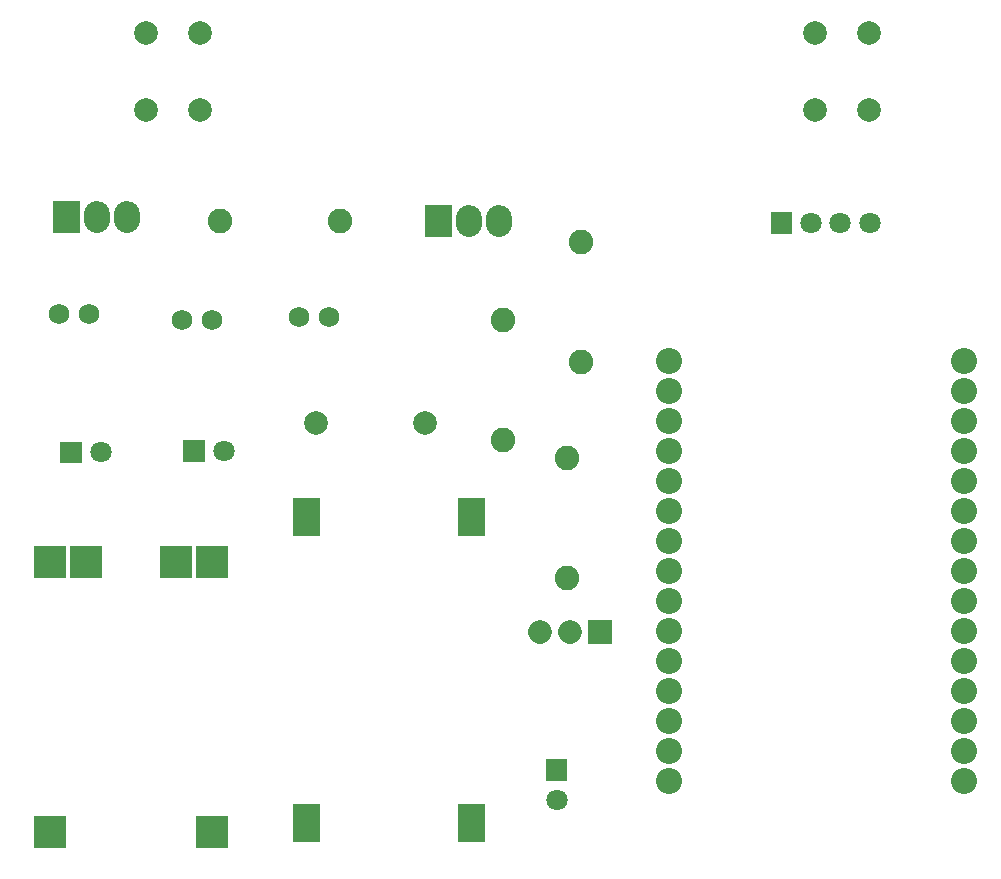
<source format=gbs>
G04 Layer: BottomSolderMaskLayer*
G04 EasyEDA v6.4.7, 2021-02-21T20:01:47+05:30*
G04 e3d0b1098bfb4b77ab9dba27c3ae41cd,c102caab13844b3dbbbf78dac792161f,10*
G04 Gerber Generator version 0.2*
G04 Scale: 100 percent, Rotated: No, Reflected: No *
G04 Dimensions in inches *
G04 leading zeros omitted , absolute positions ,2 integer and 4 decimal *
%FSLAX24Y24*%
%MOIN*%
G90*
D02*

%ADD26C,0.078866*%
%ADD27C,0.086740*%
%ADD30C,0.070992*%
%ADD34C,0.082000*%
%ADD35C,0.068000*%

%LPD*%
G54D26*
G01X18489Y8564D02*
G01X18489Y8564D01*
G01X19489Y8564D02*
G01X19489Y8564D01*
G54D27*
G01X16100Y22348D02*
G01X16100Y22151D01*
G01X17100Y22348D02*
G01X17100Y22151D01*
G01X3700Y22498D02*
G01X3700Y22301D01*
G01X4700Y22498D02*
G01X4700Y22301D01*
G36*
G01X10265Y1568D02*
G01X10265Y2831D01*
G01X11134Y2831D01*
G01X11134Y1568D01*
G01X10265Y1568D01*
G37*
G36*
G01X15765Y1568D02*
G01X15765Y2831D01*
G01X16634Y2831D01*
G01X16634Y1568D01*
G01X15765Y1568D01*
G37*
G36*
G01X10265Y11768D02*
G01X10265Y13030D01*
G01X11134Y13030D01*
G01X11134Y11768D01*
G01X10265Y11768D01*
G37*
G36*
G01X15765Y11768D02*
G01X15765Y13030D01*
G01X16634Y13030D01*
G01X16634Y11768D01*
G01X15765Y11768D01*
G37*
G36*
G01X26168Y21844D02*
G01X26168Y22555D01*
G01X26878Y22555D01*
G01X26878Y21844D01*
G01X26168Y21844D01*
G37*
G54D30*
G01X27507Y22200D03*
G01X28492Y22200D03*
G01X29476Y22200D03*
G36*
G01X20094Y8169D02*
G01X20094Y8959D01*
G01X20882Y8959D01*
G01X20882Y8169D01*
G01X20094Y8169D01*
G37*
G36*
G01X6594Y14244D02*
G01X6594Y14955D01*
G01X7305Y14955D01*
G01X7305Y14244D01*
G01X6594Y14244D01*
G37*
G01X7950Y14600D03*
G36*
G01X2494Y14194D02*
G01X2494Y14905D01*
G01X3205Y14905D01*
G01X3205Y14194D01*
G01X2494Y14194D01*
G37*
G01X3850Y14550D03*
G36*
G01X18684Y3610D02*
G01X18684Y4319D01*
G01X19393Y4319D01*
G01X19393Y3610D01*
G01X18684Y3610D01*
G37*
G01X19039Y2964D03*
G54D26*
G01X5364Y25969D03*
G01X7135Y25969D03*
G01X5364Y28530D03*
G01X7135Y28530D03*
G01X29435Y28530D03*
G01X27664Y28530D03*
G01X29435Y25969D03*
G01X27664Y25969D03*
G54D27*
G01X22778Y3600D03*
G01X22778Y4600D03*
G01X22778Y5600D03*
G01X22778Y6600D03*
G01X22778Y7600D03*
G01X22778Y8600D03*
G01X22778Y9600D03*
G01X22778Y10600D03*
G01X22778Y11600D03*
G01X22778Y12600D03*
G01X22778Y13600D03*
G01X22778Y14600D03*
G01X22778Y15600D03*
G01X22778Y16600D03*
G01X22778Y17600D03*
G01X32621Y3600D03*
G01X32621Y4600D03*
G01X32621Y5600D03*
G01X32621Y6600D03*
G01X32621Y7600D03*
G01X32621Y8600D03*
G01X32621Y9600D03*
G01X32621Y10600D03*
G01X32621Y11600D03*
G01X32621Y12600D03*
G01X32621Y13600D03*
G01X32621Y14600D03*
G01X32621Y15600D03*
G01X32621Y16600D03*
G01X32621Y17600D03*
G36*
G01X14665Y21717D02*
G01X14665Y22782D01*
G01X15534Y22782D01*
G01X15534Y21717D01*
G01X14665Y21717D01*
G37*
G36*
G01X2265Y21867D02*
G01X2265Y22932D01*
G01X3134Y22932D01*
G01X3134Y21867D01*
G01X2265Y21867D01*
G37*
G54D34*
G01X7800Y22250D03*
G01X11800Y22250D03*
G01X19389Y14364D03*
G01X19389Y10364D03*
G01X17239Y14964D03*
G01X17239Y18964D03*
G01X19850Y17550D03*
G01X19850Y21550D03*
G54D26*
G01X11028Y15514D03*
G01X14650Y15514D03*
G54D35*
G01X3450Y19150D03*
G01X2450Y19150D03*
G01X7550Y18950D03*
G01X6550Y18950D03*
G01X11439Y19064D03*
G01X10439Y19064D03*
G36*
G01X1618Y1368D02*
G01X1618Y2431D01*
G01X2681Y2431D01*
G01X2681Y1368D01*
G01X1618Y1368D01*
G37*
G36*
G01X7018Y1368D02*
G01X7018Y2431D01*
G01X8081Y2431D01*
G01X8081Y1368D01*
G01X7018Y1368D01*
G37*
G36*
G01X7018Y10368D02*
G01X7018Y11431D01*
G01X8081Y11431D01*
G01X8081Y10368D01*
G01X7018Y10368D01*
G37*
G36*
G01X1618Y10368D02*
G01X1618Y11431D01*
G01X2681Y11431D01*
G01X2681Y10368D01*
G01X1618Y10368D01*
G37*
G36*
G01X2818Y10368D02*
G01X2818Y11431D01*
G01X3881Y11431D01*
G01X3881Y10368D01*
G01X2818Y10368D01*
G37*
G36*
G01X5818Y10368D02*
G01X5818Y11431D01*
G01X6881Y11431D01*
G01X6881Y10368D01*
G01X5818Y10368D01*
G37*
M00*
M02*

</source>
